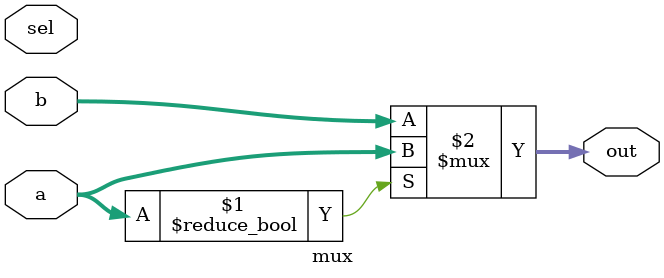
<source format=v>
module mux( 
input [4:0] a, b,
input sel,
output [4:0] out );
// When sel=0, assign a to out. 
// When sel=1, assign b to out. 
assign out = a ? a : b;
endmodule

</source>
